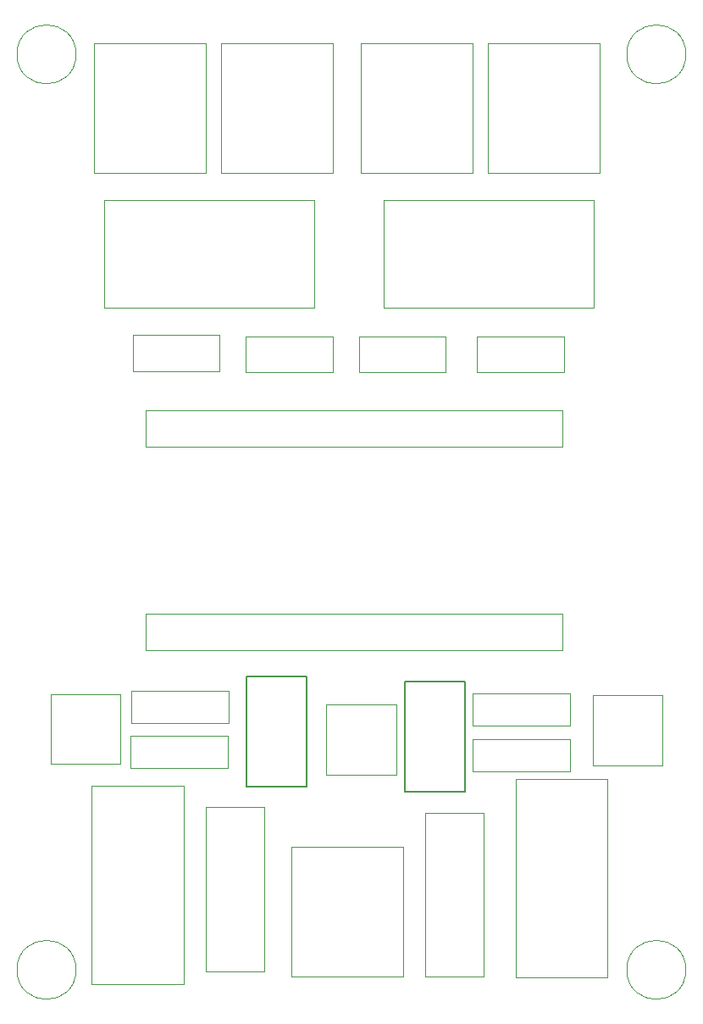
<source format=gbr>
G04 #@! TF.FileFunction,Other,User*
%FSLAX46Y46*%
G04 Gerber Fmt 4.6, Leading zero omitted, Abs format (unit mm)*
G04 Created by KiCad (PCBNEW 4.0.7) date 04/10/18 21:55:25*
%MOMM*%
%LPD*%
G01*
G04 APERTURE LIST*
%ADD10C,0.100000*%
%ADD11C,0.050000*%
%ADD12C,0.150000*%
G04 APERTURE END LIST*
D10*
D11*
X106963000Y-131191000D02*
G75*
G03X106963000Y-131191000I-2950000J0D01*
G01*
X167923000Y-131191000D02*
G75*
G03X167923000Y-131191000I-2950000J0D01*
G01*
X167923000Y-39751000D02*
G75*
G03X167923000Y-39751000I-2950000J0D01*
G01*
D12*
X139871000Y-113386500D02*
X145871000Y-113386500D01*
X145871000Y-113386500D02*
X145871000Y-102386500D01*
X145871000Y-102386500D02*
X139871000Y-102386500D01*
X139871000Y-102386500D02*
X139871000Y-113386500D01*
D11*
X117699500Y-112845500D02*
X108499500Y-112845500D01*
X108499500Y-112845500D02*
X108499500Y-132645500D01*
X108499500Y-132645500D02*
X117699500Y-132645500D01*
X117699500Y-132645500D02*
X117699500Y-112845500D01*
X106963000Y-39751000D02*
G75*
G03X106963000Y-39751000I-2950000J0D01*
G01*
X131950900Y-104678600D02*
X131950900Y-111678600D01*
X131950900Y-111678600D02*
X138950900Y-111678600D01*
X138950900Y-111678600D02*
X138950900Y-104678600D01*
X138950900Y-104678600D02*
X131950900Y-104678600D01*
X111406500Y-110624500D02*
X111406500Y-103624500D01*
X111406500Y-103624500D02*
X104406500Y-103624500D01*
X104406500Y-103624500D02*
X104406500Y-110624500D01*
X104406500Y-110624500D02*
X111406500Y-110624500D01*
X158595500Y-103751500D02*
X158595500Y-110751500D01*
X158595500Y-110751500D02*
X165595500Y-110751500D01*
X165595500Y-110751500D02*
X165595500Y-103751500D01*
X165595500Y-103751500D02*
X158595500Y-103751500D01*
D12*
X123983300Y-112865800D02*
X129983300Y-112865800D01*
X129983300Y-112865800D02*
X129983300Y-101865800D01*
X129983300Y-101865800D02*
X123983300Y-101865800D01*
X123983300Y-101865800D02*
X123983300Y-112865800D01*
D11*
X132624000Y-51555000D02*
X121434000Y-51555000D01*
X132624000Y-51555000D02*
X132624000Y-38615000D01*
X121434000Y-38615000D02*
X121434000Y-51555000D01*
X121434000Y-38615000D02*
X132624000Y-38615000D01*
X119924000Y-51555000D02*
X108734000Y-51555000D01*
X119924000Y-51555000D02*
X119924000Y-38615000D01*
X108734000Y-38615000D02*
X108734000Y-51555000D01*
X108734000Y-38615000D02*
X119924000Y-38615000D01*
X159294000Y-51555000D02*
X148104000Y-51555000D01*
X159294000Y-51555000D02*
X159294000Y-38615000D01*
X148104000Y-38615000D02*
X148104000Y-51555000D01*
X148104000Y-38615000D02*
X159294000Y-38615000D01*
X146594000Y-51555000D02*
X135404000Y-51555000D01*
X146594000Y-51555000D02*
X146594000Y-38615000D01*
X135404000Y-38615000D02*
X135404000Y-51555000D01*
X135404000Y-38615000D02*
X146594000Y-38615000D01*
X128488000Y-118879000D02*
X139678000Y-118879000D01*
X128488000Y-118879000D02*
X128488000Y-131819000D01*
X139678000Y-131819000D02*
X139678000Y-118879000D01*
X139678000Y-131819000D02*
X128488000Y-131819000D01*
X155597000Y-95634400D02*
X113897000Y-95634400D01*
X113897000Y-95634400D02*
X113897000Y-99234400D01*
X113897000Y-99234400D02*
X155597000Y-99234400D01*
X155597000Y-99234400D02*
X155597000Y-95634400D01*
X155597000Y-75314400D02*
X113897000Y-75314400D01*
X113897000Y-75314400D02*
X113897000Y-78914400D01*
X113897000Y-78914400D02*
X155597000Y-78914400D01*
X155597000Y-78914400D02*
X155597000Y-75314400D01*
X112475300Y-103314700D02*
X112475300Y-106514700D01*
X112475300Y-106514700D02*
X122225300Y-106514700D01*
X122225300Y-106514700D02*
X122225300Y-103314700D01*
X122225300Y-103314700D02*
X112475300Y-103314700D01*
X122144500Y-111010500D02*
X122144500Y-107810500D01*
X122144500Y-107810500D02*
X112394500Y-107810500D01*
X112394500Y-107810500D02*
X112394500Y-111010500D01*
X112394500Y-111010500D02*
X122144500Y-111010500D01*
X158699000Y-54330000D02*
X137699000Y-54330000D01*
X137699000Y-54330000D02*
X137699000Y-65030000D01*
X137699000Y-65030000D02*
X158699000Y-65030000D01*
X158699000Y-65030000D02*
X158699000Y-54330000D01*
X130759000Y-54330000D02*
X109759000Y-54330000D01*
X109759000Y-54330000D02*
X109759000Y-65030000D01*
X109759000Y-65030000D02*
X130759000Y-65030000D01*
X130759000Y-65030000D02*
X130759000Y-54330000D01*
X147730000Y-115498000D02*
X141830000Y-115498000D01*
X141830000Y-115498000D02*
X141830000Y-131898000D01*
X141830000Y-131898000D02*
X147730000Y-131898000D01*
X147730000Y-131898000D02*
X147730000Y-115498000D01*
X125822500Y-114926500D02*
X119922500Y-114926500D01*
X119922500Y-114926500D02*
X119922500Y-131326500D01*
X119922500Y-131326500D02*
X125822500Y-131326500D01*
X125822500Y-131326500D02*
X125822500Y-114926500D01*
X121281600Y-67796000D02*
X112631600Y-67796000D01*
X112631600Y-67796000D02*
X112631600Y-71396000D01*
X112631600Y-71396000D02*
X121281600Y-71396000D01*
X121281600Y-71396000D02*
X121281600Y-67796000D01*
X132610000Y-67897600D02*
X123960000Y-67897600D01*
X123960000Y-67897600D02*
X123960000Y-71497600D01*
X123960000Y-71497600D02*
X132610000Y-71497600D01*
X132610000Y-71497600D02*
X132610000Y-67897600D01*
X143887600Y-67923000D02*
X135237600Y-67923000D01*
X135237600Y-67923000D02*
X135237600Y-71523000D01*
X135237600Y-71523000D02*
X143887600Y-71523000D01*
X143887600Y-71523000D02*
X143887600Y-67923000D01*
X155724000Y-67897600D02*
X147074000Y-67897600D01*
X147074000Y-67897600D02*
X147074000Y-71497600D01*
X147074000Y-71497600D02*
X155724000Y-71497600D01*
X155724000Y-71497600D02*
X155724000Y-67897600D01*
X150905500Y-131947000D02*
X160105500Y-131947000D01*
X160105500Y-131947000D02*
X160105500Y-112147000D01*
X160105500Y-112147000D02*
X150905500Y-112147000D01*
X150905500Y-112147000D02*
X150905500Y-131947000D01*
X156371000Y-106819500D02*
X156371000Y-103619500D01*
X156371000Y-103619500D02*
X146621000Y-103619500D01*
X146621000Y-103619500D02*
X146621000Y-106819500D01*
X146621000Y-106819500D02*
X156371000Y-106819500D01*
X146619250Y-108170001D02*
X146619250Y-111370001D01*
X146619250Y-111370001D02*
X156369250Y-111370001D01*
X156369250Y-111370001D02*
X156369250Y-108170001D01*
X156369250Y-108170001D02*
X146619250Y-108170001D01*
M02*

</source>
